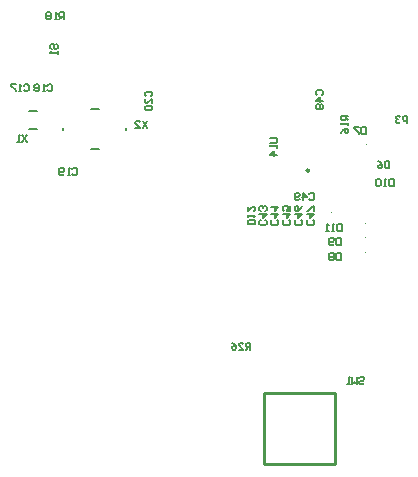
<source format=gbr>
%TF.GenerationSoftware,Altium Limited,Altium Designer,21.2.2 (38)*%
G04 Layer_Color=32896*
%FSLAX45Y45*%
%MOMM*%
%TF.SameCoordinates,215B76EA-4B9E-490E-954B-DD862D4548B8*%
%TF.FilePolarity,Positive*%
%TF.FileFunction,Legend,Bot*%
%TF.Part,Single*%
G01*
G75*
%TA.AperFunction,NonConductor*%
%ADD88C,0.10000*%
%ADD89C,0.25400*%
%ADD90C,0.20000*%
%ADD91C,0.15000*%
D88*
X3060000Y2635000D02*
G03*
X3060000Y2635000I-5000J0D01*
G01*
Y2765000D02*
G03*
X3060000Y2765000I-5000J0D01*
G01*
Y2885000D02*
G03*
X3060000Y2885000I-5000J0D01*
G01*
X2770001Y2975000D02*
G03*
X2770001Y2975000I-5000J0D01*
G01*
X3070000Y3285000D02*
G03*
X3070000Y3285000I-5000J0D01*
G01*
Y3415000D02*
G03*
X3070000Y3415000I-5000J0D01*
G01*
Y3555000D02*
G03*
X3070000Y3555000I-5000J0D01*
G01*
D89*
X2580000Y3330000D02*
G03*
X2580000Y3330000I-10000J0D01*
G01*
X2800000Y845001D02*
Y1445001D01*
X2200000Y845001D02*
X2800000D01*
X2200000D02*
Y1445001D01*
X2800000D01*
D90*
X1030000Y3670000D02*
Y3690000D01*
X500000Y3670000D02*
Y3690000D01*
X730000Y3850000D02*
X800000D01*
X730000Y3510000D02*
X800000D01*
X210000Y3685000D02*
X280000D01*
X210000Y3835000D02*
X280000D01*
D91*
X1209984Y3749990D02*
X1169997Y3690010D01*
Y3749990D02*
X1209984Y3690010D01*
X1110016D02*
X1150003D01*
X1110016Y3729997D01*
Y3739993D01*
X1120013Y3749990D01*
X1140006D01*
X1150003Y3739993D01*
X189987Y3629990D02*
X150000Y3570010D01*
Y3629990D02*
X189987Y3570010D01*
X130006D02*
X110013D01*
X120010D01*
Y3629990D01*
X130006Y3619993D01*
X2250010Y3604976D02*
X2299994D01*
X2309990Y3594979D01*
Y3574985D01*
X2299994Y3564989D01*
X2250010D01*
X2309990Y3544995D02*
Y3525001D01*
Y3534998D01*
X2250010D01*
X2260007Y3544995D01*
X2309990Y3465021D02*
X2250010D01*
X2280000Y3495011D01*
Y3455024D01*
X3004153Y1573044D02*
X3014150Y1583041D01*
X3034143D01*
X3044140Y1573044D01*
Y1563047D01*
X3034143Y1553050D01*
X3014150D01*
X3004153Y1543054D01*
Y1533057D01*
X3014150Y1523060D01*
X3034143D01*
X3044140Y1533057D01*
X2984159Y1583041D02*
Y1523060D01*
X2964166Y1543054D01*
X2944172Y1523060D01*
Y1583041D01*
X2924179Y1523060D02*
X2904185D01*
X2914182D01*
Y1583041D01*
X2924179Y1573044D01*
X400006Y4360000D02*
X390009Y4369996D01*
Y4389990D01*
X400006Y4399987D01*
X410003D01*
X420000Y4389990D01*
Y4369996D01*
X429996Y4360000D01*
X439993D01*
X449990Y4369996D01*
Y4389990D01*
X439993Y4399987D01*
X449990Y4340006D02*
Y4320012D01*
Y4330009D01*
X390009D01*
X400006Y4340006D01*
X2084020Y1814780D02*
Y1874761D01*
X2054030D01*
X2044033Y1864764D01*
Y1844770D01*
X2054030Y1834774D01*
X2084020D01*
X2064026D02*
X2044033Y1814780D01*
X1984052D02*
X2024039D01*
X1984052Y1854767D01*
Y1864764D01*
X1994049Y1874761D01*
X2014043D01*
X2024039Y1864764D01*
X1924072Y1874761D02*
X1944065Y1864764D01*
X1964059Y1844770D01*
Y1824777D01*
X1954062Y1814780D01*
X1934069D01*
X1924072Y1824777D01*
Y1834774D01*
X1934069Y1844770D01*
X1964059D01*
X504975Y4610010D02*
Y4669990D01*
X474985D01*
X464988Y4659993D01*
Y4640000D01*
X474985Y4630003D01*
X504975D01*
X484982D02*
X464988Y4610010D01*
X444995D02*
X425001D01*
X434998D01*
Y4669990D01*
X444995Y4659993D01*
X395011D02*
X385014Y4669990D01*
X365021D01*
X355024Y4659993D01*
Y4649997D01*
X365021Y4640000D01*
X355024Y4630003D01*
Y4620007D01*
X365021Y4610010D01*
X385014D01*
X395011Y4620007D01*
Y4630003D01*
X385014Y4640000D01*
X395011Y4649997D01*
Y4659993D01*
X385014Y4640000D02*
X365021D01*
X2909990Y3794975D02*
X2850010D01*
Y3764985D01*
X2860007Y3754988D01*
X2880000D01*
X2889997Y3764985D01*
Y3794975D01*
Y3774982D02*
X2909990Y3754988D01*
Y3734995D02*
Y3715001D01*
Y3724998D01*
X2850010D01*
X2860007Y3734995D01*
X2850010Y3645024D02*
X2860007Y3665018D01*
X2880000Y3685011D01*
X2899994D01*
X2909990Y3675014D01*
Y3655021D01*
X2899994Y3645024D01*
X2889997D01*
X2880000Y3655021D01*
Y3685011D01*
X3412560Y3733960D02*
Y3793941D01*
X3382570D01*
X3372573Y3783944D01*
Y3763950D01*
X3382570Y3753954D01*
X3412560D01*
X3352580Y3783944D02*
X3342583Y3793941D01*
X3322589D01*
X3312593Y3783944D01*
Y3773947D01*
X3322589Y3763950D01*
X3332586D01*
X3322589D01*
X3312593Y3753954D01*
Y3743957D01*
X3322589Y3733960D01*
X3342583D01*
X3352580Y3743957D01*
X2119990Y2875024D02*
X2060010D01*
Y2905015D01*
X2070006Y2915011D01*
X2109993D01*
X2119990Y2905015D01*
Y2875024D01*
X2060010Y2935005D02*
Y2954999D01*
Y2945002D01*
X2119990D01*
X2109993Y2935005D01*
X2060010Y3024976D02*
Y2984989D01*
X2099997Y3024976D01*
X2109993D01*
X2119990Y3014979D01*
Y2994985D01*
X2109993Y2984989D01*
X2854979Y2879990D02*
Y2820010D01*
X2824989D01*
X2814992Y2830006D01*
Y2869993D01*
X2824989Y2879990D01*
X2854979D01*
X2794998Y2820010D02*
X2775005D01*
X2785002D01*
Y2879990D01*
X2794998Y2869993D01*
X2745015Y2820010D02*
X2725021D01*
X2735018D01*
Y2879990D01*
X2745015Y2869993D01*
X3294975Y3259990D02*
Y3200010D01*
X3264985D01*
X3254988Y3210006D01*
Y3249993D01*
X3264985Y3259990D01*
X3294975D01*
X3234995Y3200010D02*
X3215001D01*
X3224998D01*
Y3259990D01*
X3234995Y3249993D01*
X3185011D02*
X3175014Y3259990D01*
X3155021D01*
X3145024Y3249993D01*
Y3210006D01*
X3155021Y3200010D01*
X3175014D01*
X3185011Y3210006D01*
Y3249993D01*
X2849984Y2759990D02*
Y2700010D01*
X2819993D01*
X2809997Y2710006D01*
Y2749993D01*
X2819993Y2759990D01*
X2849984D01*
X2790003Y2710006D02*
X2780006Y2700010D01*
X2760013D01*
X2750016Y2710006D01*
Y2749993D01*
X2760013Y2759990D01*
X2780006D01*
X2790003Y2749993D01*
Y2739997D01*
X2780006Y2730000D01*
X2750016D01*
X2849984Y2629990D02*
Y2570010D01*
X2819993D01*
X2809997Y2580006D01*
Y2619993D01*
X2819993Y2629990D01*
X2849984D01*
X2790003Y2619993D02*
X2780006Y2629990D01*
X2760013D01*
X2750016Y2619993D01*
Y2609997D01*
X2760013Y2600000D01*
X2750016Y2590003D01*
Y2580006D01*
X2760013Y2570010D01*
X2780006D01*
X2790003Y2580006D01*
Y2590003D01*
X2780006Y2600000D01*
X2790003Y2609997D01*
Y2619993D01*
X2780006Y2600000D02*
X2760013D01*
X3059984Y3699990D02*
Y3640010D01*
X3029993D01*
X3019997Y3650006D01*
Y3689993D01*
X3029993Y3699990D01*
X3059984D01*
X3000003D02*
X2960016D01*
Y3689993D01*
X3000003Y3650006D01*
Y3640010D01*
X3259984Y3409990D02*
Y3350010D01*
X3229993D01*
X3219997Y3360006D01*
Y3399993D01*
X3229993Y3409990D01*
X3259984D01*
X3160016D02*
X3180009Y3399993D01*
X3200003Y3380000D01*
Y3360006D01*
X3190006Y3350010D01*
X3170013D01*
X3160016Y3360006D01*
Y3370003D01*
X3170013Y3380000D01*
X3200003D01*
X2579987Y3129993D02*
X2589984Y3139990D01*
X2609977D01*
X2619974Y3129993D01*
Y3090006D01*
X2609977Y3080010D01*
X2589984D01*
X2579987Y3090006D01*
X2530003Y3080010D02*
Y3139990D01*
X2559993Y3110000D01*
X2520006D01*
X2500013Y3090006D02*
X2490016Y3080010D01*
X2470022D01*
X2460026Y3090006D01*
Y3129993D01*
X2470022Y3139990D01*
X2490016D01*
X2500013Y3129993D01*
Y3119997D01*
X2490016Y3110000D01*
X2460026D01*
X2650007Y3969987D02*
X2640010Y3979984D01*
Y3999977D01*
X2650007Y4009974D01*
X2689994D01*
X2699990Y3999977D01*
Y3979984D01*
X2689994Y3969987D01*
X2699990Y3920003D02*
X2640010D01*
X2670000Y3949993D01*
Y3910006D01*
X2650007Y3890013D02*
X2640010Y3880016D01*
Y3860023D01*
X2650007Y3850026D01*
X2660003D01*
X2670000Y3860023D01*
X2679997Y3850026D01*
X2689994D01*
X2699990Y3860023D01*
Y3880016D01*
X2689994Y3890013D01*
X2679997D01*
X2670000Y3880016D01*
X2660003Y3890013D01*
X2650007D01*
X2670000Y3880016D02*
Y3860023D01*
X2609994Y2910013D02*
X2619990Y2900016D01*
Y2880022D01*
X2609994Y2870026D01*
X2570007D01*
X2560010Y2880022D01*
Y2900016D01*
X2570007Y2910013D01*
X2560010Y2959997D02*
X2619990D01*
X2590000Y2930006D01*
Y2969993D01*
X2619990Y2989987D02*
Y3029974D01*
X2609994D01*
X2570007Y2989987D01*
X2560010D01*
X2509993Y2910013D02*
X2519990Y2900016D01*
Y2880023D01*
X2509993Y2870026D01*
X2470006D01*
X2460010Y2880023D01*
Y2900016D01*
X2470006Y2910013D01*
X2460010Y2959997D02*
X2519990D01*
X2490000Y2930007D01*
Y2969994D01*
X2519990Y3029974D02*
X2509993Y3009981D01*
X2490000Y2989987D01*
X2470006D01*
X2460010Y2999984D01*
Y3019977D01*
X2470006Y3029974D01*
X2480003D01*
X2490000Y3019977D01*
Y2989987D01*
X2409993Y2910013D02*
X2419990Y2900016D01*
Y2880023D01*
X2409993Y2870026D01*
X2370006D01*
X2360010Y2880023D01*
Y2900016D01*
X2370006Y2910013D01*
X2360010Y2959997D02*
X2419990D01*
X2390000Y2930007D01*
Y2969994D01*
X2419990Y3029974D02*
Y2989987D01*
X2390000D01*
X2399997Y3009981D01*
Y3019977D01*
X2390000Y3029974D01*
X2370006D01*
X2360010Y3019977D01*
Y2999984D01*
X2370006Y2989987D01*
X2309993Y2910013D02*
X2319990Y2900016D01*
Y2880023D01*
X2309993Y2870026D01*
X2270006D01*
X2260010Y2880023D01*
Y2900016D01*
X2270006Y2910013D01*
X2260010Y2959997D02*
X2319990D01*
X2290000Y2930007D01*
Y2969994D01*
X2260010Y3019977D02*
X2319990D01*
X2290000Y2989987D01*
Y3029974D01*
X2209993Y2910013D02*
X2219990Y2900016D01*
Y2880023D01*
X2209993Y2870026D01*
X2170006D01*
X2160010Y2880023D01*
Y2900016D01*
X2170006Y2910013D01*
X2160010Y2959997D02*
X2219990D01*
X2190000Y2930007D01*
Y2969994D01*
X2209993Y2989987D02*
X2219990Y2999984D01*
Y3019977D01*
X2209993Y3029974D01*
X2199997D01*
X2190000Y3019977D01*
Y3009981D01*
Y3019977D01*
X2180003Y3029974D01*
X2170006D01*
X2160010Y3019977D01*
Y2999984D01*
X2170006Y2989987D01*
X1200007Y3959987D02*
X1190010Y3969984D01*
Y3989977D01*
X1200007Y3999974D01*
X1239994D01*
X1249990Y3989977D01*
Y3969984D01*
X1239994Y3959987D01*
X1249990Y3900006D02*
Y3939993D01*
X1210003Y3900006D01*
X1200007D01*
X1190010Y3910003D01*
Y3929997D01*
X1200007Y3939993D01*
Y3880013D02*
X1190010Y3870016D01*
Y3850023D01*
X1200007Y3840026D01*
X1239994D01*
X1249990Y3850023D01*
Y3870016D01*
X1239994Y3880013D01*
X1200007D01*
X574988Y3339993D02*
X584985Y3349990D01*
X604979D01*
X614975Y3339993D01*
Y3300006D01*
X604979Y3290010D01*
X584985D01*
X574988Y3300006D01*
X554995Y3290010D02*
X535001D01*
X544998D01*
Y3349990D01*
X554995Y3339993D01*
X505011Y3300006D02*
X495015Y3290010D01*
X475021D01*
X465024Y3300006D01*
Y3339993D01*
X475021Y3349990D01*
X495015D01*
X505011Y3339993D01*
Y3329997D01*
X495015Y3320000D01*
X465024D01*
X364989Y4049993D02*
X374985Y4059990D01*
X394979D01*
X404976Y4049993D01*
Y4010006D01*
X394979Y4000010D01*
X374985D01*
X364989Y4010006D01*
X344995Y4000010D02*
X325001D01*
X334998D01*
Y4059990D01*
X344995Y4049993D01*
X295011D02*
X285015Y4059990D01*
X265021D01*
X255024Y4049993D01*
Y4039997D01*
X265021Y4030000D01*
X255024Y4020003D01*
Y4010006D01*
X265021Y4000010D01*
X285015D01*
X295011Y4010006D01*
Y4020003D01*
X285015Y4030000D01*
X295011Y4039997D01*
Y4049993D01*
X285015Y4030000D02*
X265021D01*
X164988Y4049993D02*
X174985Y4059990D01*
X194979D01*
X204975Y4049993D01*
Y4010006D01*
X194979Y4000010D01*
X174985D01*
X164988Y4010006D01*
X144995Y4000010D02*
X125001D01*
X134998D01*
Y4059990D01*
X144995Y4049993D01*
X95011Y4059990D02*
X55024D01*
Y4049993D01*
X95011Y4010006D01*
Y4000010D01*
%TF.MD5,ba4bfcd17f7ace660b28ca048d6fe09b*%
M02*

</source>
